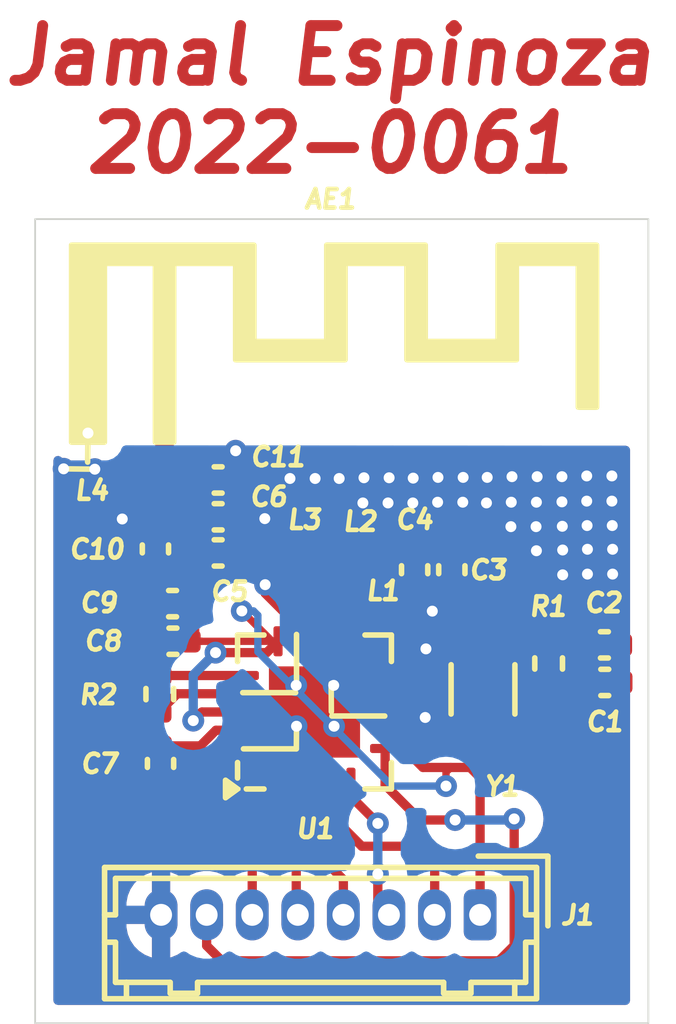
<source format=kicad_pcb>
(kicad_pcb (version 20240108) (generator "pcbnew") (generator_version "8.0")
  (layers (0 "F.Cu" signal) (31 "B.Cu" signal) (34 "B.Paste" user) (35 "F.Paste" user) (36 "B.SilkS" user "B.Silkscreen") (37 "F.SilkS" user "F.Silkscreen") (38 "B.Mask" user) (39 "F.Mask" user) (44 "Edge.Cuts" user))
  (net 0 "")
  (net 1 "Net-(AE1-A)")
  (net 2 "GNDREF")
  (net 3 "Net-(U1-XC2)")
  (net 4 "Net-(U1-XC1)")
  (net 5 "Net-(U1-VDD_PA)")
  (net 6 "Net-(C5-Pad1)")
  (net 7 "Net-(C10-Pad1)")
  (net 8 "Net-(U1-DVDD)")
  (net 9 "VDD")
  (net 10 "Net-(J1-Pin_5)")
  (net 11 "Net-(J1-Pin_6)")
  (net 12 "Net-(J1-Pin_3)")
  (net 13 "Net-(J1-Pin_7)")
  (net 14 "Net-(J1-Pin_2)")
  (net 15 "Net-(J1-Pin_4)")
  (net 16 "Net-(U1-ANT1)")
  (net 17 "Net-(U1-ANT2)")
  (net 18 "Net-(U1-IREF)")
  (footprint "Capacitor_SMD:C_0402_1005Metric" (layer "F.Cu") (at 151.72 87.76 -90)
    (property "Reference" "C10" (at 0.01 1.61 0) (layer "F.SilkS") (effects (font (size 0.508 0.508) (thickness 0.254) (bold yes) (italic yes))))
    (property "Value" "Cx")
    (fp_line (start -0.107836 0.36) (end 0.107836 0.36) (stroke (width 0.1524)) (layer "F.SilkS"))
    (fp_line (start -0.107836 -0.36) (end 0.107836 -0.36) (stroke (width 0.1524)) (layer "F.SilkS"))
    (pad "1" smd roundrect (at -0.48 0 270) (size 0.56 0.62) (layers "F.Cu" "F.Paste" "F.Mask") (net 7 "Net-(C10-Pad1)"))
    (pad "2" smd roundrect (at 0.48 0 270) (size 0.56 0.62) (layers "F.Cu" "F.Paste" "F.Mask") (net 2 "GNDREF"))
  )
  (footprint "Capacitor_SMD:C_0402_1005Metric" (layer "F.Cu") (at 164.045 91.42)
    (property "Reference" "C1" (at -0.005 1.08 0) (layer "F.SilkS") (effects (font (size 0.508 0.508) (thickness 0.254) (bold yes) (italic yes))))
    (property "Value" "22pF")
    (fp_line (start -0.107836 -0.36) (end 0.107836 -0.36) (stroke (width 0.1524)) (layer "F.SilkS"))
    (fp_line (start -0.107836 0.36) (end 0.107836 0.36) (stroke (width 0.1524)) (layer "F.SilkS"))
    (pad "1" smd roundrect (at -0.48 0) (size 0.56 0.62) (layers "F.Cu" "F.Paste" "F.Mask") (net 3 "Net-(U1-XC2)"))
    (pad "2" smd roundrect (at 0.48 0) (size 0.56 0.62) (layers "F.Cu" "F.Paste" "F.Mask") (net 2 "GNDREF"))
  )
  (footprint "Capacitor_SMD:C_0402_1005Metric" (layer "F.Cu") (at 153.44 86.88)
    (property "Reference" "C6" (at 1.38 -0.55 0) (layer "F.SilkS") (effects (font (size 0.508 0.508) (thickness 0.254) (bold yes) (italic yes))))
    (property "Value" "1.0pF")
    (fp_line (start -0.107836 -0.36) (end 0.107836 -0.36) (stroke (width 0.1524)) (layer "F.SilkS"))
    (fp_line (start -0.107836 0.36) (end 0.107836 0.36) (stroke (width 0.1524)) (layer "F.SilkS"))
    (pad "1" smd roundrect (at -0.48 0) (size 0.56 0.62) (layers "F.Cu" "F.Paste" "F.Mask") (net 7 "Net-(C10-Pad1)"))
    (pad "2" smd roundrect (at 0.48 0) (size 0.56 0.62) (layers "F.Cu" "F.Paste" "F.Mask") (net 2 "GNDREF"))
  )
  (footprint "Package_DFN_QFN:QFN-20-1EP_4x4mm_P0.5mm_EP2.5x2.5mm" (layer "F.Cu") (at 156.0825 92.23 90)
    (property "Reference" "U1" (at -3.2 0.0175 180) (layer "F.SilkS") (effects (font (size 0.508 0.508) (thickness 0.254) (bold yes) (italic yes))))
    (property "Value" "NRF24L01")
    (fp_line (start 2.11 -2.11) (end 2.11 -1.385) (stroke (width 0.1524)) (layer "F.SilkS"))
    (fp_line (start 1.385 -2.11) (end 2.11 -2.11) (stroke (width 0.1524)) (layer "F.SilkS"))
    (fp_line (start -1.385 -2.11) (end -1.81 -2.11) (stroke (width 0.1524)) (layer "F.SilkS"))
    (fp_line (start -2.11 -1.385) (end -2.11 -1.87) (stroke (width 0.1524)) (layer "F.SilkS"))
    (fp_line (start 2.11 2.11) (end 2.11 1.385) (stroke (width 0.1524)) (layer "F.SilkS"))
    (fp_line (start 1.385 2.11) (end 2.11 2.11) (stroke (width 0.1524)) (layer "F.SilkS"))
    (fp_line (start -1.385 2.11) (end -2.11 2.11) (stroke (width 0.1524)) (layer "F.SilkS"))
    (fp_line (start -2.11 2.11) (end -2.11 1.385) (stroke (width 0.1524)) (layer "F.SilkS"))
    (fp_poly (pts (xy -2.11 -2.11) (xy -2.35 -2.44) (xy -1.87 -2.44) (xy -2.11 -2.11)) (stroke (width 0.1524)) (fill solid) (layer "F.SilkS"))
    (pad "1" smd roundrect (at -1.9375 -1 90) (size 0.825 0.25) (layers "F.Cu" "F.Paste" "F.Mask") (net 11 "Net-(J1-Pin_6)"))
    (pad "2" smd roundrect (at -1.9375 -0.5 90) (size 0.825 0.25) (layers "F.Cu" "F.Paste" "F.Mask") (net 10 "Net-(J1-Pin_5)"))
    (pad "3" smd roundrect (at -1.9375 0 90) (size 0.825 0.25) (layers "F.Cu" "F.Paste" "F.Mask") (net 15 "Net-(J1-Pin_4)"))
    (pad "4" smd roundrect (at -1.9375 0.5 90) (size 0.825 0.25) (layers "F.Cu" "F.Paste" "F.Mask") (net 14 "Net-(J1-Pin_2)"))
    (pad "5" smd roundrect (at -1.9375 1 90) (size 0.825 0.25) (layers "F.Cu" "F.Paste" "F.Mask") (net 12 "Net-(J1-Pin_3)"))
    (pad "6" smd roundrect (at -1 1.9375 90) (size 0.25 0.825) (layers "F.Cu" "F.Paste" "F.Mask") (net 13 "Net-(J1-Pin_7)"))
    (pad "7" smd roundrect (at -0.5 1.9375 90) (size 0.25 0.825) (layers "F.Cu" "F.Paste" "F.Mask") (net 9 "VDD"))
    (pad "8" smd roundrect (at 0 1.9375 90) (size 0.25 0.825) (layers "F.Cu" "F.Paste" "F.Mask") (net 2 "GNDREF"))
    (pad "9" smd roundrect (at 0.5 1.9375 90) (size 0.25 0.825) (layers "F.Cu" "F.Paste" "F.Mask") (net 3 "Net-(U1-XC2)"))
    (pad "10" smd roundrect (at 1 1.9375 90) (size 0.25 0.825) (layers "F.Cu" "F.Paste" "F.Mask") (net 4 "Net-(U1-XC1)"))
    (pad "11" smd roundrect (at 1.9375 1 90) (size 0.825 0.25) (layers "F.Cu" "F.Paste" "F.Mask") (net 5 "Net-(U1-VDD_PA)"))
    (pad "12" smd roundrect (at 1.9375 0.5 90) (size 0.825 0.25) (layers "F.Cu" "F.Paste" "F.Mask") (net 16 "Net-(U1-ANT1)"))
    (pad "13" smd roundrect (at 1.9375 0 90) (size 0.825 0.25) (layers "F.Cu" "F.Paste" "F.Mask") (net 17 "Net-(U1-ANT2)"))
    (pad "14" smd roundrect (at 1.9375 -0.5 90) (size 0.825 0.25) (layers "F.Cu" "F.Paste" "F.Mask") (net 2 "GNDREF"))
    (pad "15" smd roundrect (at 1.9375 -1 90) (size 0.825 0.25) (layers "F.Cu" "F.Paste" "F.Mask") (net 9 "VDD"))
    (pad "16" smd roundrect (at 1 -1.9375 90) (size 0.25 0.825) (layers "F.Cu" "F.Paste" "F.Mask") (net 18 "Net-(U1-IREF)"))
    (pad "17" smd roundrect (at 0.5 -1.9375 90) (size 0.25 0.825) (layers "F.Cu" "F.Paste" "F.Mask") (net 2 "GNDREF"))
    (pad "18" smd roundrect (at 0 -1.9375 90) (size 0.25 0.825) (layers "F.Cu" "F.Paste" "F.Mask") (net 9 "VDD"))
    (pad "19" smd roundrect (at -0.5 -1.9375 90) (size 0.25 0.825) (layers "F.Cu" "F.Paste" "F.Mask") (net 8 "Net-(U1-DVDD)"))
    (pad "20" smd roundrect (at -1 -1.9375 90) (size 0.25 0.825) (layers "F.Cu" "F.Paste" "F.Mask") (net 2 "GNDREF"))
    (pad "21" smd rect (at 0 0 90) (size 2.5 2.5) (property pad_prop_heatsink) (layers "F.Cu" "F.Mask"))
  )
  (footprint "Capacitor_SMD:C_0402_1005Metric" (layer "F.Cu") (at 152.19 89.26 180)
    (property "Reference" "C9" (at 2.03 0.02 180) (layer "F.SilkS") (effects (font (size 0.508 0.508) (thickness 0.254) (bold yes) (italic yes))))
    (property "Value" "10nF")
    (fp_line (start -0.107836 0.36) (end 0.107836 0.36) (stroke (width 0.1524)) (layer "F.SilkS"))
    (fp_line (start -0.107836 -0.36) (end 0.107836 -0.36) (stroke (width 0.1524)) (layer "F.SilkS"))
    (pad "1" smd roundrect (at -0.48 0 180) (size 0.56 0.62) (layers "F.Cu" "F.Paste" "F.Mask") (net 9 "VDD"))
    (pad "2" smd roundrect (at 0.48 0 180) (size 0.56 0.62) (layers "F.Cu" "F.Paste" "F.Mask") (net 2 "GNDREF"))
  )
  (footprint "Capacitor_SMD:C_0402_1005Metric" (layer "F.Cu") (at 158.83 88.33 -90)
    (property "Reference" "C4" (at -1.37 0.01 180) (layer "F.SilkS") (effects (font (size 0.508 0.508) (thickness 0.254) (bold yes) (italic yes))))
    (property "Value" "4.7pF")
    (fp_line (start -0.107836 0.36) (end 0.107836 0.36) (stroke (width 0.1524)) (layer "F.SilkS"))
    (fp_line (start -0.107836 -0.36) (end 0.107836 -0.36) (stroke (width 0.1524)) (layer "F.SilkS"))
    (pad "1" smd roundrect (at -0.48 0 270) (size 0.56 0.62) (layers "F.Cu" "F.Paste" "F.Mask") (net 5 "Net-(U1-VDD_PA)"))
    (pad "2" smd roundrect (at 0.48 0 270) (size 0.56 0.62) (layers "F.Cu" "F.Paste" "F.Mask") (net 2 "GNDREF"))
  )
  (footprint "Resistor_SMD:R_0402_1005Metric" (layer "F.Cu") (at 151.84 91.74 -90)
    (property "Reference" "R2" (at 0.02 1.7 180) (layer "F.SilkS") (effects (font (size 0.508 0.508) (thickness 0.254) (bold yes) (italic yes))))
    (property "Value" "22K")
    (fp_line (start -0.153641 0.38) (end 0.153641 0.38) (stroke (width 0.1524)) (layer "F.SilkS"))
    (fp_line (start -0.153641 -0.38) (end 0.153641 -0.38) (stroke (width 0.1524)) (layer "F.SilkS"))
    (pad "1" smd roundrect (at -0.51 0 270) (size 0.54 0.64) (layers "F.Cu" "F.Paste" "F.Mask") (net 18 "Net-(U1-IREF)"))
    (pad "2" smd roundrect (at 0.51 0 270) (size 0.54 0.64) (layers "F.Cu" "F.Paste" "F.Mask") (net 2 "GNDREF"))
  )
  (footprint "Inductor_SMD:L_0402_1005Metric" (layer "F.Cu") (at 155.35 87.87 180)
    (property "Reference" "L3" (at -0.45 0.91 0) (layer "F.SilkS") (effects (font (size 0.508 0.508) (thickness 0.254) (bold yes) (italic yes))))
    (property "Value" "3.9nH")
    (pad "1" smd roundrect (at -0.485 0 180) (size 0.59 0.64) (layers "F.Cu" "F.Paste" "F.Mask") (net 17 "Net-(U1-ANT2)"))
    (pad "2" smd roundrect (at 0.485 0 180) (size 0.59 0.64) (layers "F.Cu" "F.Paste" "F.Mask") (net 6 "Net-(C5-Pad1)"))
  )
  (footprint "Capacitor_SMD:C_0402_1005Metric" (layer "F.Cu") (at 153.44 85.87)
    (property "Reference" "C11" (at 1.64 -0.63 0) (layer "F.SilkS") (effects (font (size 0.508 0.508) (thickness 0.254) (bold yes) (italic yes))))
    (property "Value" "Cx")
    (fp_line (start -0.107836 -0.36) (end 0.107836 -0.36) (stroke (width 0.1524)) (layer "F.SilkS"))
    (fp_line (start -0.107836 0.36) (end 0.107836 0.36) (stroke (width 0.1524)) (layer "F.SilkS"))
    (pad "1" smd roundrect (at -0.48 0) (size 0.56 0.62) (layers "F.Cu" "F.Paste" "F.Mask") (net 1 "Net-(AE1-A)"))
    (pad "2" smd roundrect (at 0.48 0) (size 0.56 0.62) (layers "F.Cu" "F.Paste" "F.Mask") (net 2 "GNDREF"))
  )
  (footprint "Resistor_SMD:R_0402_1005Metric" (layer "F.Cu") (at 162.505 90.9 90)
    (property "Reference" "R1" (at 1.56 -0.015 180) (layer "F.SilkS") (effects (font (size 0.508 0.508) (thickness 0.254) (bold yes) (italic yes))))
    (property "Value" "1M")
    (fp_line (start -0.153641 -0.38) (end 0.153641 -0.38) (stroke (width 0.1524)) (layer "F.SilkS"))
    (fp_line (start -0.153641 0.38) (end 0.153641 0.38) (stroke (width 0.1524)) (layer "F.SilkS"))
    (pad "1" smd roundrect (at -0.51 0 90) (size 0.54 0.64) (layers "F.Cu" "F.Paste" "F.Mask") (net 3 "Net-(U1-XC2)"))
    (pad "2" smd roundrect (at 0.51 0 90) (size 0.54 0.64) (layers "F.Cu" "F.Paste" "F.Mask") (net 4 "Net-(U1-XC1)"))
  )
  (footprint "RF_Antenna:Texas_SWRA117D_2.4GHz_Right" (layer "F.Cu") (at 151.97 84.585)
    (property "Reference" "AE1" (at 4.55 -6.41 0) (layer "F.SilkS") (effects (font (size 0.508 0.508) (thickness 0.254) (bold yes) (italic yes))))
    (property "Value" "50ohm")
    (fp_poly (pts (xy 2.45 -2.51) (xy 4.45 -2.51) (xy 4.45 -5.15) (xy 7.15 -5.15) (xy 7.15 -2.51) (xy 9.15 -2.51) (xy 9.15 -5.15) (xy 11.85 -5.15) (xy 11.85 -0.71) (xy 11.35 -0.71) (xy 11.35 -4.65) (xy 9.65 -4.65) (xy 9.65 -2.01) (xy 6.65 -2.01) (xy 6.65 -4.65) (xy 4.95 -4.65) (xy 4.95 -2.01) (xy 1.95 -2.01) (xy 1.95 -4.65) (xy 0.25 -4.65) (xy 0.25 0.25) (xy -0.25 0.25) (xy -0.25 -4.65) (xy -1.65 -4.65) (xy -1.65 0.25) (xy -2.55 0.25) (xy -2.55 0.006785) (xy -2.247583 0.006785) (xy -2.237742 0.054395) (xy -2.213674 0.096797) (xy -2.175731 0.129581) (xy -2.167819 0.133935) (xy -2.125156 0.146043) (xy -2.076637 0.1453) (xy -2.031122 0.1324) (xy -2.012511 0.121787) (xy -1.978868 0.086553) (xy -1.958309 0.041368) (xy -1.951778 -0.008158) (xy -1.960218 -0.056417) (xy -1.977112 -0.088643) (xy -2.012372 -0.121313) (xy -2.057682 -0.141408) (xy -2.107267 -0.147982) (xy -2.155353 -0.140092) (xy -2.188245 -0.123186) (xy -2.223185 -0.086416) (xy -2.242847 -0.041622) (xy -2.247583 0.006785) (xy -2.55 0.006785) (xy -2.55 -5.15) (xy 2.45 -5.15) (xy 2.45 -2.51)) (stroke (width 0.1524)) (fill solid) (layer "F.SilkS"))
    (pad "1" connect rect (at 0 0) (size 0.5 0.5) (layers "F.Cu") (net 1 "Net-(AE1-A)"))
    (pad "2" thru_hole rect (at -2.1 0) (size 0.9 0.5) (drill 0.3) (layers "*.Cu"))
  )
  (footprint "Capacitor_SMD:C_0402_1005Metric" (layer "F.Cu") (at 152.2 90.29 180)
    (property "Reference" "C8" (at 1.92 0 0) (layer "F.SilkS") (effects (font (size 0.508 0.508) (thickness 0.254) (bold yes) (italic yes))))
    (property "Value" "1nF")
    (fp_line (start -0.107836 0.36) (end 0.107836 0.36) (stroke (width 0.1524)) (layer "F.SilkS"))
    (fp_line (start -0.107836 -0.36) (end 0.107836 -0.36) (stroke (width 0.1524)) (layer "F.SilkS"))
    (pad "1" smd roundrect (at -0.48 0 180) (size 0.56 0.62) (layers "F.Cu" "F.Paste" "F.Mask") (net 9 "VDD"))
    (pad "2" smd roundrect (at 0.48 0 180) (size 0.56 0.62) (layers "F.Cu" "F.Paste" "F.Mask") (net 2 "GNDREF"))
  )
  (footprint "Inductor_SMD:L_0402_1005Metric" (layer "F.Cu") (at 151.485 85.88)
    (property "Reference" "L4" (at -1.515 0.28 0) (layer "F.SilkS") (effects (font (size 0.508 0.508) (thickness 0.254) (bold yes) (italic yes))))
    (property "Value" "Lx")
    (pad "1" smd roundrect (at -0.485 0) (size 0.59 0.64) (layers "F.Cu" "F.Paste" "F.Mask") (net 7 "Net-(C10-Pad1)"))
    (pad "2" smd roundrect (at 0.485 0) (size 0.59 0.64) (layers "F.Cu" "F.Paste" "F.Mask") (net 1 "Net-(AE1-A)"))
  )
  (footprint "Capacitor_SMD:C_0402_1005Metric" (layer "F.Cu") (at 164.035 90.39)
    (property "Reference" "C2" (at -0.035 -1.15 0) (layer "F.SilkS") (effects (font (size 0.508 0.508) (thickness 0.254) (bold yes) (italic yes))))
    (property "Value" "22pF")
    (fp_line (start -0.107836 -0.36) (end 0.107836 -0.36) (stroke (width 0.1524)) (layer "F.SilkS"))
    (fp_line (start -0.107836 0.36) (end 0.107836 0.36) (stroke (width 0.1524)) (layer "F.SilkS"))
    (pad "1" smd roundrect (at -0.48 0) (size 0.56 0.62) (layers "F.Cu" "F.Paste" "F.Mask") (net 4 "Net-(U1-XC1)"))
    (pad "2" smd roundrect (at 0.48 0) (size 0.56 0.62) (layers "F.Cu" "F.Paste" "F.Mask") (net 2 "GNDREF"))
  )
  (footprint "Connector_Hirose:Hirose_DF13-08P-1.25DSA_1x08_P1.25mm_Vertical" (layer "F.Cu") (at 160.625 97.79 180)
    (property "Reference" "J1" (at -2.675 -0.01 0) (layer "F.SilkS") (effects (font (size 0.508 0.508) (thickness 0.254) (bold yes) (italic yes))))
    (property "Value" "Conn_01x08_Pin")
    (fp_line (start 10.3 1.3) (end 10.3 -2.3) (stroke (width 0.1524)) (layer "F.SilkS"))
    (fp_line (start 10.3 -0.75) (end 10 -0.75) (stroke (width 0.1524)) (layer "F.SilkS"))
    (fp_line (start 10.3 -2.3) (end -1.55 -2.3) (stroke (width 0.1524)) (layer "F.SilkS"))
    (fp_line (start 10 1) (end 10 0) (stroke (width 0.1524)) (layer "F.SilkS"))
    (fp_line (start 10 0) (end 10.3 0) (stroke (width 0.1524)) (layer "F.SilkS"))
    (fp_line (start 10 -0.75) (end 10 -1.85) (stroke (width 0.1524)) (layer "F.SilkS"))
    (fp_line (start 10 -1.85) (end 9.7 -1.85) (stroke (width 0.1524)) (layer "F.SilkS"))
    (fp_line (start 9.7 -1.85) (end 9.7 -2.3) (stroke (width 0.1524)) (layer "F.SilkS"))
    (fp_line (start 8.5 -1.85) (end 9.7 -1.85) (stroke (width 0.1524)) (layer "F.SilkS"))
    (fp_line (start 8.5 -2.15) (end 8.5 -1.85) (stroke (width 0.1524)) (layer "F.SilkS"))
    (fp_line (start 7.75 -1.85) (end 7.75 -2.15) (stroke (width 0.1524)) (layer "F.SilkS"))
    (fp_line (start 7.75 -2.15) (end 8.5 -2.15) (stroke (width 0.1524)) (layer "F.SilkS"))
    (fp_line (start 1 -1.85) (end 7.75 -1.85) (stroke (width 0.1524)) (layer "F.SilkS"))
    (fp_line (start 1 -2.15) (end 1 -1.85) (stroke (width 0.1524)) (layer "F.SilkS"))
    (fp_line (start 0.25 -1.85) (end 0.25 -2.15) (stroke (width 0.1524)) (layer "F.SilkS"))
    (fp_line (start 0.25 -2.15) (end 1 -2.15) (stroke (width 0.1524)) (layer "F.SilkS"))
    (fp_line (start -0.95 -1.85) (end 0.25 -1.85) (stroke (width 0.1524)) (layer "F.SilkS"))
    (fp_line (start -0.95 -1.85) (end -0.95 -2.3) (stroke (width 0.1524)) (layer "F.SilkS"))
    (fp_line (start -1.25 1) (end 10 1) (stroke (width 0.1524)) (layer "F.SilkS"))
    (fp_line (start -1.25 0) (end -1.25 1) (stroke (width 0.1524)) (layer "F.SilkS"))
    (fp_line (start -1.25 -0.75) (end -1.25 -1.85) (stroke (width 0.1524)) (layer "F.SilkS"))
    (fp_line (start -1.25 -1.85) (end -0.95 -1.85) (stroke (width 0.1524)) (layer "F.SilkS"))
    (fp_line (start -1.55 1.3) (end 10.3 1.3) (stroke (width 0.1524)) (layer "F.SilkS"))
    (fp_line (start -1.55 0) (end -1.25 0) (stroke (width 0.1524)) (layer "F.SilkS"))
    (fp_line (start -1.55 -0.75) (end -1.25 -0.75) (stroke (width 0.1524)) (layer "F.SilkS"))
    (fp_line (start -1.55 -2.3) (end -1.55 1.3) (stroke (width 0.1524)) (layer "F.SilkS"))
    (fp_line (start -1.86 1.61) (end 0.05 1.61) (stroke (width 0.1524)) (layer "F.SilkS"))
    (fp_line (start -1.86 -0.3) (end -1.86 1.61) (stroke (width 0.1524)) (layer "F.SilkS"))
    (pad "1" thru_hole roundrect (at 0 0 180) (size 0.9 1.4) (drill 0.6) (layers "*.Cu" "*.Mask") (net 9 "VDD"))
    (pad "2" thru_hole oval (at 1.25 0 180) (size 0.9 1.4) (drill 0.6) (layers "*.Cu" "*.Mask") (net 14 "Net-(J1-Pin_2)"))
    (pad "3" thru_hole oval (at 2.5 0 180) (size 0.9 1.4) (drill 0.6) (layers "*.Cu" "*.Mask") (net 12 "Net-(J1-Pin_3)"))
    (pad "4" thru_hole oval (at 3.75 0 180) (size 0.9 1.4) (drill 0.6) (layers "*.Cu" "*.Mask") (net 15 "Net-(J1-Pin_4)"))
    (pad "5" thru_hole oval (at 5 0 180) (size 0.9 1.4) (drill 0.6) (layers "*.Cu" "*.Mask") (net 10 "Net-(J1-Pin_5)"))
    (pad "6" thru_hole oval (at 6.25 0 180) (size 0.9 1.4) (drill 0.6) (layers "*.Cu" "*.Mask") (net 11 "Net-(J1-Pin_6)"))
    (pad "7" thru_hole oval (at 7.5 0 180) (size 0.9 1.4) (drill 0.6) (layers "*.Cu" "*.Mask") (net 13 "Net-(J1-Pin_7)"))
    (pad "8" thru_hole oval (at 8.75 0 180) (size 0.9 1.4) (drill 0.6) (layers "*.Cu" "*.Mask") (net 2 "GNDREF"))
  )
  (footprint "Capacitor_SMD:C_0402_1005Metric" (layer "F.Cu") (at 153.44 87.87 180)
    (property "Reference" "C5" (at -0.3 -1.06 0) (layer "F.SilkS") (effects (font (size 0.508 0.508) (thickness 0.254) (bold yes) (italic yes))))
    (property "Value" "1.5pF")
    (fp_line (start -0.107836 0.36) (end 0.107836 0.36) (stroke (width 0.1524)) (layer "F.SilkS"))
    (fp_line (start -0.107836 -0.36) (end 0.107836 -0.36) (stroke (width 0.1524)) (layer "F.SilkS"))
    (pad "1" smd roundrect (at -0.48 0 180) (size 0.56 0.62) (layers "F.Cu" "F.Paste" "F.Mask") (net 6 "Net-(C5-Pad1)"))
    (pad "2" smd roundrect (at 0.48 0 180) (size 0.56 0.62) (layers "F.Cu" "F.Paste" "F.Mask") (net 7 "Net-(C10-Pad1)"))
  )
  (footprint "Inductor_SMD:L_0402_1005Metric" (layer "F.Cu") (at 156.33 88.92 180)
    (property "Reference" "L1" (at -1.63 0.01 0) (layer "F.SilkS") (effects (font (size 0.508 0.508) (thickness 0.254) (bold yes) (italic yes))))
    (property "Value" "8.2nH")
    (pad "1" smd roundrect (at -0.485 0 180) (size 0.59 0.64) (layers "F.Cu" "F.Paste" "F.Mask") (net 16 "Net-(U1-ANT1)"))
    (pad "2" smd roundrect (at 0.485 0 180) (size 0.59 0.64) (layers "F.Cu" "F.Paste" "F.Mask") (net 17 "Net-(U1-ANT2)"))
  )
  (footprint "Inductor_SMD:L_0402_1005Metric" (layer "F.Cu") (at 157.31 87.86)
    (property "Reference" "L2" (at 0.02 -0.85 0) (layer "F.SilkS") (effects (font (size 0.508 0.508) (thickness 0.254) (bold yes) (italic yes))))
    (property "Value" "2.7nH")
    (pad "1" smd roundrect (at -0.485 0) (size 0.59 0.64) (layers "F.Cu" "F.Paste" "F.Mask") (net 16 "Net-(U1-ANT1)"))
    (pad "2" smd roundrect (at 0.485 0) (size 0.59 0.64) (layers "F.Cu" "F.Paste" "F.Mask") (net 5 "Net-(U1-VDD_PA)"))
  )
  (footprint "Capacitor_SMD:C_0402_1005Metric" (layer "F.Cu") (at 151.86 93.64 -90)
    (property "Reference" "C7" (at 0.01 1.68 180) (layer "F.SilkS") (effects (font (size 0.508 0.508) (thickness 0.254) (bold yes) (italic yes))))
    (property "Value" "33nF")
    (fp_line (start -0.107836 0.36) (end 0.107836 0.36) (stroke (width 0.1524)) (layer "F.SilkS"))
    (fp_line (start -0.107836 -0.36) (end 0.107836 -0.36) (stroke (width 0.1524)) (layer "F.SilkS"))
    (pad "1" smd roundrect (at -0.48 0 270) (size 0.56 0.62) (layers "F.Cu" "F.Paste" "F.Mask") (net 8 "Net-(U1-DVDD)"))
    (pad "2" smd roundrect (at 0.48 0 270) (size 0.56 0.62) (layers "F.Cu" "F.Paste" "F.Mask") (net 2 "GNDREF"))
  )
  (footprint "Crystal:Crystal_SMD_3215-2Pin_3.2x1.5mm" (layer "F.Cu") (at 160.705 91.61 -90)
    (property "Reference" "Y1" (at 2.66 -0.525 180) (layer "F.SilkS") (effects (font (size 0.508 0.508) (thickness 0.254) (bold yes) (italic yes))))
    (property "Value" "16MHz")
    (fp_line (start -0.675 0.875) (end 0.675 0.875) (stroke (width 0.1524)) (layer "F.SilkS"))
    (fp_line (start -0.675 -0.875) (end 0.675 -0.875) (stroke (width 0.1524)) (layer "F.SilkS"))
    (pad "1" smd rect (at 1.25 0 270) (size 1 1.8) (layers "F.Cu" "F.Paste" "F.Mask") (net 3 "Net-(U1-XC2)"))
    (pad "2" smd rect (at -1.25 0 270) (size 1 1.8) (layers "F.Cu" "F.Paste" "F.Mask") (net 4 "Net-(U1-XC1)"))
  )
  (footprint "Capacitor_SMD:C_0402_1005Metric" (layer "F.Cu") (at 159.85 88.33 -90)
    (property "Reference" "C3" (at 0.01 -0.99 180) (layer "F.SilkS") (effects (font (size 0.508 0.508) (thickness 0.254) (bold yes) (italic yes))))
    (property "Value" "2.2nF")
    (fp_line (start -0.107836 0.36) (end 0.107836 0.36) (stroke (width 0.1524)) (layer "F.SilkS"))
    (fp_line (start -0.107836 -0.36) (end 0.107836 -0.36) (stroke (width 0.1524)) (layer "F.SilkS"))
    (pad "1" smd roundrect (at -0.48 0 270) (size 0.56 0.62) (layers "F.Cu" "F.Paste" "F.Mask") (net 5 "Net-(U1-VDD_PA)"))
    (pad "2" smd roundrect (at 0.48 0 270) (size 0.56 0.62) (layers "F.Cu" "F.Paste" "F.Mask") (net 2 "GNDREF"))
  )
  (gr_line (start 149.86 85.38) (end 149.87 84.525) (stroke (width 0.1524)) (layer "F.SilkS"))
  (gr_line (start 154.115 91.7) (end 155.565 91.7) (stroke (width 0.1524)) (layer "F.SilkS"))
  (gr_line (start 156.56 92.34) (end 158.01 92.34) (stroke (width 0.1524)) (layer "F.SilkS"))
  (gr_line (start 154.135 93.24) (end 155.585 93.24) (stroke (width 0.1524)) (layer "F.SilkS"))
  (gr_line (start 155.585 93.24) (end 155.59 92.62) (stroke (width 0.1524)) (layer "F.SilkS"))
  (gr_line (start 150.0575 85.575) (end 149.2025 85.565) (stroke (width 0.1524)) (layer "F.SilkS"))
  (gr_line (start 155.59 91.555) (end 155.59 90.105) (stroke (width 0.1524)) (layer "F.SilkS"))
  (gr_line (start 156.545 92.22) (end 156.54 91.45) (stroke (width 0.1524)) (layer "F.SilkS"))
  (gr_rect (start 148.42 78.72) (end 165.24 100.76) (stroke (width 0.05)) (fill none) (layer "Edge.Cuts"))
  (gr_text "Jamal Espinoza\n2022-0061" (at 156.52 77.53 0) (layer "F.Cu") (effects (font (size 1.5 1.5) (thickness 0.3) (bold yes) (italic yes)) (justify bottom)))
  (segment (start 151.98 85.87) (end 151.97 85.88) (width 0.508) (layer "F.Cu") (net 1))
  (segment (start 151.97 85.88) (end 151.97 84.585) (width 0.508) (layer "F.Cu") (net 1))
  (segment (start 152.96 85.87) (end 151.98 85.87) (width 0.508) (layer "F.Cu") (net 1))
  (segment (start 151.875 94.135) (end 151.86 94.12) (width 0.254) (layer "F.Cu") (net 2))
  (segment (start 158.02 92.23) (end 158.97 92.23) (width 0.254) (layer "F.Cu") (net 2))
  (segment (start 161.365 89.4) (end 164.025 89.4) (width 0.254) (layer "F.Cu") (net 2))
  (segment (start 152.92 94.12) (end 153.3 93.74) (width 0.254) (layer "F.Cu") (net 2))
  (segment (start 151.14 91.78) (end 151.29 91.93) (width 0.254) (layer "F.Cu") (net 2))
  (segment (start 152.317108 91.73) (end 154.145 91.73) (width 0.254) (layer "F.Cu") (net 2))
  (segment (start 158.83 88.98147) (end 159.314265 89.465735) (width 0.254) (layer "F.Cu") (net 2))
  (segment (start 151.03 93.9) (end 151.25 94.12) (width 0.254) (layer "F.Cu") (net 2))
  (segment (start 160.485 88.81) (end 160.63 88.665) (width 0.254) (layer "F.Cu") (net 2))
  (segment (start 160 88.81) (end 159.85 88.81) (width 0.2) (layer "F.Cu") (net 2))
  (segment (start 154.73 88.974932) (end 154.73 88.74) (width 0.254) (layer "F.Cu") (net 2))
  (segment (start 153.97 86.93) (end 153.92 86.88) (width 0.254) (layer "F.Cu") (net 2))
  (segment (start 151.72 89.25) (end 151.71 89.26) (width 0.508) (layer "F.Cu") (net 2))
  (segment (start 158.83 88.81) (end 158.83 88.98147) (width 0.254) (layer "F.Cu") (net 2))
  (segment (start 164.515 90.39) (end 164.515 91.41) (width 0.254) (layer "F.Cu") (net 2))
  (segment (start 160.35 86.93) (end 154.72 86.93) (width 0.254) (layer "F.Cu") (net 2))
  (segment (start 150.81 86.94) (end 150.81 87.99) (width 0.254) (layer "F.Cu") (net 2))
  (segment (start 153.3 93.452052) (end 153.522052 93.23) (width 0.254) (layer "F.Cu") (net 2))
  (segment (start 153.92 85.87) (end 153.92 85.07) (width 0.254) (layer "F.Cu") (net 2))
  (segment (start 159.85 88.81) (end 160.485 88.81) (width 0.254) (layer "F.Cu") (net 2))
  (segment (start 159.14 89.64) (end 159.314265 89.465735) (width 0.254) (layer "F.Cu") (net 2))
  (segment (start 151.72 89.37) (end 151.72 90.39) (width 0.508) (layer "F.Cu") (net 2))
  (segment (start 155.5825 89.827432) (end 154.73 88.974932) (width 0.254) (layer "F.Cu") (net 2))
  (segment (start 151.84 92.207108) (end 152.317108 91.73) (width 0.254) (layer "F.Cu") (net 2))
  (segment (start 151.84 92.25) (end 151.84 92.207108) (width 0.254) (layer "F.Cu") (net 2))
  (segment (start 154.72 86.93) (end 153.97 86.93) (width 0.254) (layer "F.Cu") (net 2))
  (segment (start 151.03 92.51) (end 151.03 93.9) (width 0.254) (layer "F.Cu") (net 2))
  (segment (start 158.97 92.23) (end 159.12 92.38) (width 0.254) (layer "F.Cu") (net 2))
  (segment (start 164.025 89.4) (end 164.515 89.89) (width 0.254) (layer "F.Cu") (net 2))
  (segment (start 153.3 93.74) (end 153.3 93.452052) (width 0.254) (layer "F.Cu") (net 2))
  (segment (start 161.365 89.4) (end 160.63 88.665) (width 0.254) (layer "F.Cu") (net 2))
  (segment (start 151.29 91.93) (end 151.29 92.25) (width 0.254) (layer "F.Cu") (net 2))
  (segment (start 151.84 92.25) (end 151.29 92.25) (width 0.254) (layer "F.Cu") (net 2))
  (segment (start 151.875 97.79) (end 151.875 94.135) (width 0.254) (layer "F.Cu") (net 2))
  (segment (start 151.86 94.12) (end 152.92 94.12) (width 0.254) (layer "F.Cu") (net 2))
  (segment (start 159.14 90.5) (end 159.14 89.64) (width 0.254) (layer "F.Cu") (net 2))
  (segment (start 151.06 88.24) (end 151.72 88.24) (width 0.254) (layer "F.Cu") (net 2))
  (segment (start 164.515 91.41) (end 164.525 91.42) (width 0.254) (layer "F.Cu") (net 2))
  (segment (start 151.72 88.24) (end 151.72 89.25) (width 0.508) (layer "F.Cu") (net 2))
  (segment (start 150.81 87.99) (end 151.06 88.24) (width 0.254) (layer "F.Cu") (net 2))
  (segment (start 164.515 89.89) (end 164.515 90.39) (width 0.254) (layer "F.Cu") (net 2))
  (segment (start 151.29 92.25) (end 151.03 92.51) (width 0.254) (layer "F.Cu") (net 2))
  (segment (start 151.34 90.29) (end 151.14 90.49) (width 0.254) (layer "F.Cu") (net 2))
  (segment (start 160.63 88.665) (end 160.63 87.21) (width 0.254) (layer "F.Cu") (net 2))
  (segment (start 151.14 90.49) (end 151.14 91.78) (width 0.254) (layer "F.Cu") (net 2))
  (segment (start 151.72 90.39) (end 151.73 90.4) (width 0.508) (layer "F.Cu") (net 2))
  (segment (start 155.5825 90.2925) (end 155.5825 89.827432) (width 0.254) (layer "F.Cu") (net 2))
  (segment (start 160.63 87.21) (end 160.35 86.93) (width 0.254) (layer "F.Cu") (net 2))
  (segment (start 151.25 94.12) (end 151.86 94.12) (width 0.254) (layer "F.Cu") (net 2))
  (segment (start 151.72 90.29) (end 151.34 90.29) (width 0.254) (layer "F.Cu") (net 2))
  (segment (start 158.83 88.81) (end 159.85 88.81) (width 0.508) (layer "F.Cu") (net 2))
  (segment (start 153.522052 93.23) (end 154.145 93.23) (width 0.254) (layer "F.Cu") (net 2))
  (segment (start 153.92 85.87) (end 153.92 86.88) (width 0.508) (layer "F.Cu") (net 2))
  (via (at 157.44 85.81) (size 0.6) (drill 0.3) (layers "F.Cu" "B.Cu") (net 2))
  (via (at 161.5 85.78) (size 0.6) (drill 0.3) (layers "F.Cu" "B.Cu") (net 2))
  (via (at 155.59 92.62) (size 0.6) (drill 0.3) (layers "F.Cu" "B.Cu") (net 2))
  (via (at 162.89 88.47) (size 0.6) (drill 0.3) (layers "F.Cu" "B.Cu") (net 2))
  (via (at 164.24 85.76) (size 0.6) (drill 0.3) (layers "F.Cu" "B.Cu") (net 2))
  (via (at 156.61 91.5) (size 0.6) (drill 0.3) (layers "F.Cu" "B.Cu") (net 2))
  (via (at 162.87 85.78) (size 0.6) (drill 0.3) (layers "F.Cu" "B.Cu") (net 2))
  (via (at 163.55 85.76) (size 0.6) (drill 0.3) (layers "F.Cu" "B.Cu") (net 2))
  (via (at 158.78 86.5) (size 0.6) (drill 0.3) (layers "F.Cu" "B.Cu") (net 2))
  (via (at 159.46 86.48) (size 0.6) (drill 0.3) (layers "F.Cu" "B.Cu") (net 2))
  (via (at 162.88 87.14) (size 0.6) (drill 0.3) (layers "F.Cu" "B.Cu") (net 2))
  (via (at 157.41 86.5) (size 0.6) (drill 0.3) (layers "F.Cu" "B.Cu") (net 2))
  (via (at 159.14 90.5) (size 0.6) (drill 0.3) (layers "F.Cu" "B.Cu") (net 2))
  (via (at 163.57 87.77) (size 0.6) (drill 0.3) (layers "F.Cu" "B.Cu") (net 2))
  (via (at 156.62 92.62) (size 0.6) (drill 0.3) (layers "F.Cu" "B.Cu") (net 2))
  (via (at 164.26 87.77) (size 0.6) (drill 0.3) (layers "F.Cu" "B.Cu") (net 2))
  (via (at 155.41 85.83) (size 0.6) (drill 0.3) (layers "F.Cu" "B.Cu") (net 2))
  (via (at 153.92 85.07) (size 0.6) (drill 0.3) (layers "F.Cu" "B.Cu") (net 2))
  (via (at 156.1 85.83) (size 0.6) (drill 0.3) (layers "F.Cu" "B.Cu") (net 2))
  (via (at 162.17 87.81) (size 0.6) (drill 0.3) (layers "F.Cu" "B.Cu") (net 2))
  (via (at 163.55 86.45) (size 0.6) (drill 0.3) (layers "F.Cu" "B.Cu") (net 2))
  (via (at 160.16 85.8) (size 0.6) (drill 0.3) (layers "F.Cu" "B.Cu") (net 2))
  (via (at 164.24 86.45) (size 0.6) (drill 0.3) (layers "F.Cu" "B.Cu") (net 2))
  (via (at 160.8 86.5) (size 0.6) (drill 0.3) (layers "F.Cu" "B.Cu") (net 2))
  (via (at 158.1 86.5) (size 0.6) (drill 0.3) (layers "F.Cu" "B.Cu") (net 2))
  (via (at 162.17 86.48) (size 0.6) (drill 0.3) (layers "F.Cu" "B.Cu") (net 2))
  (via (at 161.47 87.15) (size 0.6) (drill 0.3) (layers "F.Cu" "B.Cu") (net 2))
  (via (at 164.26 88.45) (size 0.6) (drill 0.3) (layers "F.Cu" "B.Cu") (net 2))
  (via (at 150.81 86.94) (size 0.6) (drill 0.3) (layers "F.Cu" "B.Cu") (net 2))
  (via (at 159.12 92.38) (size 0.6) (drill 0.3) (layers "F.Cu" "B.Cu") (net 2))
  (via (at 150.0575 85.575) (size 0.6) (drill 0.3) (layers "F.Cu" "B.Cu") (net 2))
  (via (at 154.72 86.93) (size 0.6) (drill 0.3) (layers "F.Cu" "B.Cu") (net 2))
  (via (at 162.87 86.47) (size 0.6) (drill 0.3) (layers "F.Cu" "B.Cu") (net 2))
  (via (at 162.16 87.15) (size 0.6) (drill 0.3) (layers "F.Cu" "B.Cu") (net 2))
  (via (at 162.89 87.79) (size 0.6) (drill 0.3) (layers "F.Cu" "B.Cu") (net 2))
  (via (at 154.73 88.74) (size 0.6) (drill 0.3) (layers "F.Cu" "B.Cu") (net 2))
  (via (at 163.57 88.45) (size 0.6) (drill 0.3) (layers "F.Cu" "B.Cu") (net 2))
  (via (at 162.19 85.78) (size 0.6) (drill 0.3) (layers "F.Cu" "B.Cu") (net 2))
  (via (at 158.79 85.82) (size 0.6) (drill 0.3) (layers "F.Cu" "B.Cu") (net 2))
  (via (at 160.82 85.8) (size 0.6) (drill 0.3) (layers "F.Cu" "B.Cu") (net 2))
  (via (at 149.2025 85.565) (size 0.6) (drill 0.3) (layers "F.Cu" "B.Cu") (net 2))
  (via (at 160.15 86.48) (size 0.6) (drill 0.3) (layers "F.Cu" "B.Cu") (net 2))
  (via (at 158.13 85.81) (size 0.6) (drill 0.3) (layers "F.Cu" "B.Cu") (net 2))
  (via (at 155.58 91.5) (size 0.6) (drill 0.3) (layers "F.Cu" "B.Cu") (net 2))
  (via (at 161.48 86.48) (size 0.6) (drill 0.3) (layers "F.Cu" "B.Cu") (net 2))
  (via (at 159.314265 89.465735) (size 0.6) (drill 0.3) (layers "F.Cu" "B.Cu") (net 2))
  (via (at 156.76 85.83) (size 0.6) (drill 0.3) (layers "F.Cu" "B.Cu") (net 2))
  (via (at 159.47 85.8) (size 0.6) (drill 0.3) (layers "F.Cu" "B.Cu") (net 2))
  (via (at 164.25 87.12) (size 0.6) (drill 0.3) (layers "F.Cu" "B.Cu") (net 2))
  (via (at 163.56 87.12) (size 0.6) (drill 0.3) (layers "F.Cu" "B.Cu") (net 2))
  (segment (start 152.05 86.94) (end 150.81 86.94) (width 0.254) (layer "B.Cu") (net 2))
  (segment (start 159.12 92.38) (end 159.12 90.52) (width 0.254) (layer "B.Cu") (net 2))
  (segment (start 154.73 86.94) (end 154.72 86.93) (width 0.254) (layer "B.Cu") (net 2))
  (segment (start 159.12 90.52) (end 159.14 90.5) (width 0.254) (layer "B.Cu") (net 2))
  (segment (start 154.73 88.74) (end 154.73 86.94) (width 0.254) (layer "B.Cu") (net 2))
  (segment (start 153.92 85.07) (end 152.05 86.94) (width 0.254) (layer "B.Cu") (net 2))
  (segment (start 162.515 91.42) (end 162.505 91.41) (width 0.254) (layer "F.Cu") (net 3))
  (segment (start 158.02 91.73) (end 160.145 91.73) (width 0.254) (layer "F.Cu") (net 3))
  (segment (start 160.705 92.29) (end 160.705 92.86) (width 0.254) (layer "F.Cu") (net 3))
  (segment (start 163.565 91.42) (end 162.515 91.42) (width 0.254) (layer "F.Cu") (net 3))
  (segment (start 160.145 91.73) (end 160.705 92.29) (width 0.254) (layer "F.Cu") (net 3))
  (segment (start 162.505 92.28) (end 161.925 92.86) (width 0.254) (layer "F.Cu") (net 3))
  (segment (start 162.505 91.41) (end 162.505 92.28) (width 0.254) (layer "F.Cu") (net 3))
  (segment (start 161.925 92.86) (end 160.705 92.86) (width 0.254) (layer "F.Cu") (net 3))
  (segment (start 160.175 91.23) (end 160.705 90.7) (width 0.254) (layer "F.Cu") (net 4))
  (segment (start 160.705 90.7) (end 160.705 90.36) (width 0.254) (layer "F.Cu") (net 4))
  (segment (start 158.02 91.23) (end 160.175 91.23) (width 0.254) (layer "F.Cu") (net 4))
  (segment (start 160.735 90.39) (end 160.705 90.36) (width 0.254) (layer "F.Cu") (net 4))
  (segment (start 163.555 90.39) (end 162.505 90.39) (width 0.254) (layer "F.Cu") (net 4))
  (segment (start 162.505 90.39) (end 160.735 90.39) (width 0.254) (layer "F.Cu") (net 4))
  (segment (start 157.54 89.835) (end 157.54 89.37) (width 0.254) (layer "F.Cu") (net 5))
  (segment (start 157.795 87.86) (end 158.82 87.86) (width 0.508) (layer "F.Cu") (net 5))
  (segment (start 159.85 87.85) (end 158.83 87.85) (width 0.508) (layer "F.Cu") (net 5))
  (segment (start 157.0825 90.2925) (end 157.54 89.835) (width 0.254) (layer "F.Cu") (net 5))
  (segment (start 158.82 87.86) (end 158.83 87.85) (width 0.508) (layer "F.Cu") (net 5))
  (segment (start 157.54 89.37) (end 157.795 89.115) (width 0.254) (layer "F.Cu") (net 5))
  (segment (start 157.795 89.115) (end 157.795 87.86) (width 0.254) (layer "F.Cu") (net 5))
  (segment (start 153.92 87.87) (end 154.865 87.87) (width 0.508) (layer "F.Cu") (net 6))
  (segment (start 151.65 86.88) (end 152.96 86.88) (width 0.254) (layer "F.Cu") (net 7))
  (segment (start 151.72 87.28) (end 151.72 86.95) (width 0.254) (layer "F.Cu") (net 7))
  (segment (start 152.96 86.88) (end 152.96 87.87) (width 0.508) (layer "F.Cu") (net 7))
  (segment (start 151 85.88) (end 151 86.23) (width 0.254) (layer "F.Cu") (net 7))
  (segment (start 151 86.23) (end 151.65 86.88) (width 0.254) (layer "F.Cu") (net 7))
  (segment (start 151.72 86.95) (end 151.65 86.88) (width 0.254) (layer "F.Cu") (net 7))
  (segment (start 153.38 92.73) (end 154.145 92.73) (width 0.254) (layer "F.Cu") (net 8))
  (segment (start 152.95 93.16) (end 153.38 92.73) (width 0.254) (layer "F.Cu") (net 8))
  (segment (start 151.86 93.16) (end 152.95 93.16) (width 0.254) (layer "F.Cu") (net 8))
  (segment (start 152.993286 92.23) (end 152.757164 92.466122) (width 0.254) (layer "F.Cu") (net 9))
  (segment (start 158.87 93.564) (end 159.056 93.75) (width 0.254) (layer "F.Cu") (net 9))
  (segment (start 152.67 89.26) (end 152.67 90.28) (width 0.508) (layer "F.Cu") (net 9))
  (segment (start 155.0825 90.2925) (end 154.9225 90.2925) (width 0.2) (layer "F.Cu") (net 9))
  (segment (start 153.368353 90.603) (end 154.772 90.603) (width 0.254) (layer "F.Cu") (net 9))
  (segment (start 159.82 93.75) (end 160.35 93.75) (width 0.254) (layer "F.Cu") (net 9))
  (segment (start 159.056 93.75) (end 159.82 93.75) (width 0.254) (layer "F.Cu") (net 9))
  (segment (start 152.98 90.29) (end 152.9825 90.2925) (width 0.2) (layer "F.Cu") (net 9))
  (segment (start 160.35 93.75) (end 160.625 94.025) (width 0.254) (layer "F.Cu") (net 9))
  (segment (start 158.87 93.114932) (end 158.87 93.564) (width 0.254) (layer "F.Cu") (net 9))
  (segment (start 152.67 90.28) (end 152.68 90.29) (width 0.508) (layer "F.Cu") (net 9))
  (segment (start 154.9225 90.2925) (end 154.09 89.46) (width 0.2) (layer "F.Cu") (net 9))
  (segment (start 159.69 94.26) (end 159.69 93.88) (width 0.2) (layer "F.Cu") (net 9))
  (segment (start 152.9825 90.2925) (end 155.0825 90.2925) (width 0.2) (layer "F.Cu") (net 9))
  (segment (start 152.68 90.29) (end 152.98 90.29) (width 0.2) (layer "F.Cu") (net 9))
  (segment (start 160.625 94.025) (end 160.625 97.79) (width 0.254) (layer "F.Cu") (net 9))
  (segment (start 154.145 92.23) (end 152.993286 92.23) (width 0.254) (layer "F.Cu") (net 9))
  (segment (start 154.772 90.603) (end 155.0825 90.2925) (width 0.254) (layer "F.Cu") (net 9))
  (segment (start 158.02 92.73) (end 158.485068 92.73) (width 0.254) (layer "F.Cu") (net 9))
  (segment (start 158.485068 92.73) (end 158.87 93.114932) (width 0.254) (layer "F.Cu") (net 9))
  (segment (start 159.69 93.88) (end 159.82 93.75) (width 0.2) (layer "F.Cu") (net 9))
  (via (at 154.09 89.46) (size 0.6) (drill 0.3) (layers "F.Cu" "B.Cu") (net 9))
  (via (at 152.757164 92.466122) (size 0.6) (drill 0.3) (layers "F.Cu" "B.Cu") (net 9))
  (via (at 153.368353 90.603) (size 0.6) (drill 0.3) (layers "F.Cu" "B.Cu") (net 9))
  (via (at 159.69 94.26) (size 0.6) (drill 0.3) (layers "F.Cu" "B.Cu") (net 9))
  (segment (start 158.21 94.26) (end 154.53 90.58) (width 0.2) (layer "B.Cu") (net 9))
  (segment (start 154.41 89.46) (end 154.09 89.46) (width 0.2) (layer "B.Cu") (net 9))
  (segment (start 159.69 94.26) (end 158.21 94.26) (width 0.2) (layer "B.Cu") (net 9))
  (segment (start 152.757164 92.466122) (end 152.757164 91.214189) (width 0.254) (layer "B.Cu") (net 9))
  (segment (start 154.53 90.58) (end 154.53 89.58) (width 0.2) (layer "B.Cu") (net 9))
  (segment (start 152.757164 91.214189) (end 153.368353 90.603) (width 0.254) (layer "B.Cu") (net 9))
  (segment (start 154.53 89.58) (end 154.41 89.46) (width 0.2) (layer "B.Cu") (net 9))
  (segment (start 155.5825 97.7475) (end 155.625 97.79) (width 0.254) (layer "F.Cu") (net 10))
  (segment (start 155.5825 94.1675) (end 155.5825 97.7475) (width 0.254) (layer "F.Cu") (net 10))
  (segment (start 155.0825 95.1075) (end 154.375 95.815) (width 0.254) (layer "F.Cu") (net 11))
  (segment (start 155.0825 94.1675) (end 155.0825 95.1075) (width 0.254) (layer "F.Cu") (net 11))
  (segment (start 154.375 95.815) (end 154.375 97.79) (width 0.254) (layer "F.Cu") (net 11))
  (segment (start 157.0825 94.5455) (end 157.82 95.283) (width 0.254) (layer "F.Cu") (net 12))
  (segment (start 157.82 97.485) (end 158.125 97.79) (width 0.254) (layer "F.Cu") (net 12))
  (segment (start 157.82 96.67) (end 157.82 97.485) (width 0.254) (layer "F.Cu") (net 12))
  (segment (start 157.0825 94.1675) (end 157.0825 94.5455) (width 0.254) (layer "F.Cu") (net 12))
  (via (at 157.82 96.67) (size 0.6) (drill 0.3) (layers "F.Cu" "B.Cu") (net 12))
  (via (at 157.82 95.283) (size 0.6) (drill 0.3) (layers "F.Cu" "B.Cu") (net 12))
  (segment (start 157.82 95.283) (end 157.82 96.67) (width 0.254) (layer "B.Cu") (net 12))
  (segment (start 158.02 94.23) (end 158.07 94.28) (width 0.254) (layer "F.Cu") (net 13))
  (segment (start 153.54 99.05) (end 161.14 99.05) (width 0.254) (layer "F.Cu") (net 13))
  (segment (start 158.07 94.28) (end 158.98 95.19) (width 0.254) (layer "F.Cu") (net 13))
  (segment (start 158.02 93.23) (end 158.02 94.23) (width 0.254) (layer "F.Cu") (net 13))
  (segment (start 161.56 98.63) (end 161.56 95.16) (width 0.254) (layer "F.Cu") (net 13))
  (segment (start 153.125 97.79) (end 153.125 98.635) (width 0.254) (layer "F.Cu") (net 13))
  (segment (start 158.98 95.19) (end 159.94 95.19) (width 0.254) (layer "F.Cu") (net 13))
  (segment (start 161.14 99.05) (end 161.56 98.63) (width 0.254) (layer "F.Cu") (net 13))
  (segment (start 153.125 98.635) (end 153.54 99.05) (width 0.254) (layer "F.Cu") (net 13))
  (via (at 161.56 95.16) (size 0.6) (drill 0.3) (layers "F.Cu" "B.Cu") (net 13))
  (via (at 159.94 95.19) (size 0.6) (drill 0.3) (layers "F.Cu" "B.Cu") (net 13))
  (segment (start 161.53 95.19) (end 161.56 95.16) (width 0.254) (layer "B.Cu") (net 13))
  (segment (start 159.94 95.19) (end 161.53 95.19) (width 0.254) (layer "B.Cu") (net 13))
  (segment (start 159.375 97.79) (end 159.375 97.336) (width 0.254) (layer "F.Cu") (net 14))
  (segment (start 156.5825 95.1125) (end 156.5825 94.1675) (width 0.254) (layer "F.Cu") (net 14))
  (segment (start 159.375 97.336) (end 159.38 97.331) (width 0.254) (layer "F.Cu") (net 14))
  (segment (start 159.38 97.331) (end 159.38 96.49) (width 0.254) (layer "F.Cu") (net 14))
  (segment (start 157.38 95.91) (end 156.5825 95.1125) (width 0.254) (layer "F.Cu") (net 14))
  (segment (start 159.38 96.49) (end 158.84 95.95) (width 0.254) (layer "F.Cu") (net 14))
  (segment (start 158.84 95.91) (end 157.38 95.91) (width 0.254) (layer "F.Cu") (net 14))
  (segment (start 158.84 95.95) (end 158.84 95.91) (width 0.254) (layer "F.Cu") (net 14))
  (segment (start 156.0825 96.0325) (end 156.875 96.825) (width 0.254) (layer "F.Cu") (net 15))
  (segment (start 156.0825 94.1675) (end 156.0825 96.0325) (width 0.254) (layer "F.Cu") (net 15))
  (segment (start 156.875 96.825) (end 156.875 97.79) (width 0.254) (layer "F.Cu") (net 15))
  (segment (start 156.815 88.92) (end 156.5825 89.1525) (width 0.254) (layer "F.Cu") (net 16))
  (segment (start 156.5825 89.1525) (end 156.5825 90.2925) (width 0.254) (layer "F.Cu") (net 16))
  (segment (start 156.825 88.91) (end 156.815 88.92) (width 0.508) (layer "F.Cu") (net 16))
  (segment (start 156.825 87.86) (end 156.825 88.91) (width 0.508) (layer "F.Cu") (net 16))
  (segment (start 155.845 88.92) (end 156.0825 89.1575) (width 0.254) (layer "F.Cu") (net 17))
  (segment (start 156.0825 89.1575) (end 156.0825 90.2925) (width 0.254) (layer "F.Cu") (net 17))
  (segment (start 155.835 87.87) (end 155.835 88.91) (width 0.508) (layer "F.Cu") (net 17))
  (segment (start 155.835 88.91) (end 155.845 88.92) (width 0.508) (layer "F.Cu") (net 17))
  (segment (start 151.84 91.23) (end 154.145 91.23) (width 0.254) (layer "F.Cu") (net 18))
  (zone (net 2) (net_name "GNDREF") (layer "F.Cu") (priority 1) (connect_pads (clearance 0.5)) (min_thickness 0.25) (fill yes (thermal_gap 0.5) (thermal_bridge_width 0.5))
    (polygon (pts (xy 148.43 84.93) (xy 165.24 84.93) (xy 165.24 100.75) (xy 148.42 100.75)))
  )
  (zone (net 2) (net_name "GNDREF") (layer "B.Cu") (connect_pads (clearance 0.5)) (min_thickness 0.25) (fill yes (thermal_gap 0.5) (thermal_bridge_width 0.5))
    (polygon (pts (xy 148.42 84.92) (xy 165.23 84.93) (xy 165.23 100.75) (xy 148.43 100.75) (xy 148.43 84.92)))
  )
)
</source>
